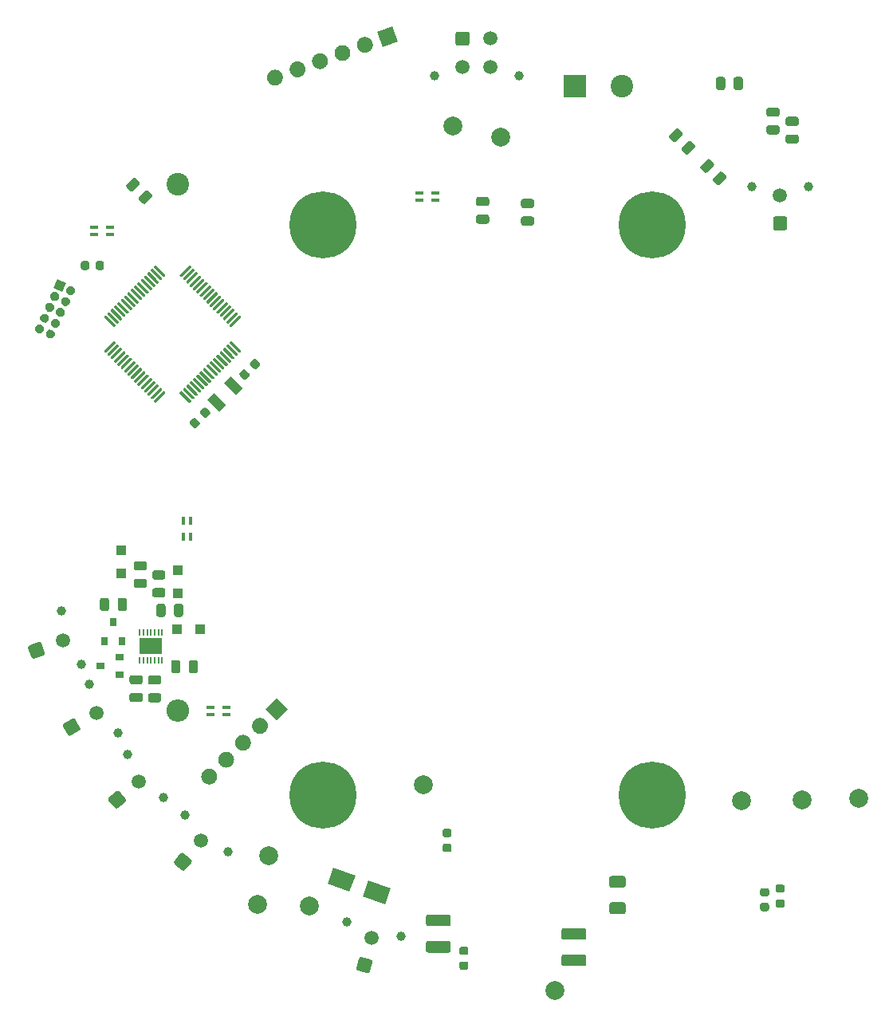
<source format=gbr>
G04 #@! TF.GenerationSoftware,KiCad,Pcbnew,(5.1.7)-1*
G04 #@! TF.CreationDate,2021-02-01T12:22:18-08:00*
G04 #@! TF.ProjectId,LCP_PowerControl,4c43505f-506f-4776-9572-436f6e74726f,rev?*
G04 #@! TF.SameCoordinates,Original*
G04 #@! TF.FileFunction,Soldermask,Bot*
G04 #@! TF.FilePolarity,Negative*
%FSLAX46Y46*%
G04 Gerber Fmt 4.6, Leading zero omitted, Abs format (unit mm)*
G04 Created by KiCad (PCBNEW (5.1.7)-1) date 2021-02-01 12:22:18*
%MOMM*%
%LPD*%
G01*
G04 APERTURE LIST*
%ADD10C,0.100000*%
%ADD11C,1.500000*%
%ADD12C,1.000000*%
%ADD13O,2.400000X2.400000*%
%ADD14C,2.400000*%
%ADD15R,2.400000X2.400000*%
%ADD16C,7.112000*%
%ADD17R,2.350000X1.780000*%
%ADD18R,0.250000X0.700000*%
%ADD19C,2.000000*%
%ADD20R,0.900000X0.400000*%
%ADD21R,0.400000X0.900000*%
%ADD22R,0.900000X0.800000*%
%ADD23R,0.800000X0.900000*%
%ADD24C,2.010000*%
%ADD25R,1.000000X1.000000*%
G04 APERTURE END LIST*
G36*
G01*
X91935154Y-126521964D02*
X91935154Y-126521964D01*
G75*
G02*
X93137236Y-126521964I601041J-601041D01*
G01*
X93137236Y-126521964D01*
G75*
G02*
X93137236Y-127724046I-601041J-601041D01*
G01*
X93137236Y-127724046D01*
G75*
G02*
X91935154Y-127724046I-601041J601041D01*
G01*
X91935154Y-127724046D01*
G75*
G02*
X91935154Y-126521964I601041J601041D01*
G01*
G37*
G36*
G01*
X93731205Y-124725913D02*
X93731205Y-124725913D01*
G75*
G02*
X94933287Y-124725913I601041J-601041D01*
G01*
X94933287Y-124725913D01*
G75*
G02*
X94933287Y-125927995I-601041J-601041D01*
G01*
X94933287Y-125927995D01*
G75*
G02*
X93731205Y-125927995I-601041J601041D01*
G01*
X93731205Y-125927995D01*
G75*
G02*
X93731205Y-124725913I601041J601041D01*
G01*
G37*
G36*
G01*
X95527257Y-122929861D02*
X95527257Y-122929861D01*
G75*
G02*
X96729339Y-122929861I601041J-601041D01*
G01*
X96729339Y-122929861D01*
G75*
G02*
X96729339Y-124131943I-601041J-601041D01*
G01*
X96729339Y-124131943D01*
G75*
G02*
X95527257Y-124131943I-601041J601041D01*
G01*
X95527257Y-124131943D01*
G75*
G02*
X95527257Y-122929861I601041J601041D01*
G01*
G37*
G36*
G01*
X97323308Y-121133810D02*
X97323308Y-121133810D01*
G75*
G02*
X98525390Y-121133810I601041J-601041D01*
G01*
X98525390Y-121133810D01*
G75*
G02*
X98525390Y-122335892I-601041J-601041D01*
G01*
X98525390Y-122335892D01*
G75*
G02*
X97323308Y-122335892I-601041J601041D01*
G01*
X97323308Y-122335892D01*
G75*
G02*
X97323308Y-121133810I601041J601041D01*
G01*
G37*
D10*
G36*
X98518318Y-119938800D02*
G01*
X99720400Y-118736718D01*
X100922482Y-119938800D01*
X99720400Y-121140882D01*
X98518318Y-119938800D01*
G37*
D11*
X122430800Y-51768000D03*
X119430800Y-51768000D03*
X122430800Y-48768000D03*
G36*
G01*
X118680800Y-49268000D02*
X118680800Y-48268000D01*
G75*
G02*
X118930800Y-48018000I250000J0D01*
G01*
X119930800Y-48018000D01*
G75*
G02*
X120180800Y-48268000I0J-250000D01*
G01*
X120180800Y-49268000D01*
G75*
G02*
X119930800Y-49518000I-250000J0D01*
G01*
X118930800Y-49518000D01*
G75*
G02*
X118680800Y-49268000I0J250000D01*
G01*
G37*
D12*
X125430800Y-52708000D03*
X116430800Y-52708000D03*
G36*
G01*
X75210121Y-79933702D02*
X75210121Y-79933702D01*
G75*
G02*
X75874584Y-79691857I453154J-211309D01*
G01*
X75874584Y-79691857D01*
G75*
G02*
X76116429Y-80356320I-211309J-453154D01*
G01*
X76116429Y-80356320D01*
G75*
G02*
X75451966Y-80598165I-453154J211309D01*
G01*
X75451966Y-80598165D01*
G75*
G02*
X75210121Y-79933702I211309J453154D01*
G01*
G37*
G36*
G01*
X74059110Y-79396977D02*
X74059110Y-79396977D01*
G75*
G02*
X74723573Y-79155132I453154J-211309D01*
G01*
X74723573Y-79155132D01*
G75*
G02*
X74965418Y-79819595I-211309J-453154D01*
G01*
X74965418Y-79819595D01*
G75*
G02*
X74300955Y-80061440I-453154J211309D01*
G01*
X74300955Y-80061440D01*
G75*
G02*
X74059110Y-79396977I211309J453154D01*
G01*
G37*
G36*
G01*
X75746846Y-78782691D02*
X75746846Y-78782691D01*
G75*
G02*
X76411309Y-78540846I453154J-211309D01*
G01*
X76411309Y-78540846D01*
G75*
G02*
X76653154Y-79205309I-211309J-453154D01*
G01*
X76653154Y-79205309D01*
G75*
G02*
X75988691Y-79447154I-453154J211309D01*
G01*
X75988691Y-79447154D01*
G75*
G02*
X75746846Y-78782691I211309J453154D01*
G01*
G37*
G36*
G01*
X74595835Y-78245966D02*
X74595835Y-78245966D01*
G75*
G02*
X75260298Y-78004121I453154J-211309D01*
G01*
X75260298Y-78004121D01*
G75*
G02*
X75502143Y-78668584I-211309J-453154D01*
G01*
X75502143Y-78668584D01*
G75*
G02*
X74837680Y-78910429I-453154J211309D01*
G01*
X74837680Y-78910429D01*
G75*
G02*
X74595835Y-78245966I211309J453154D01*
G01*
G37*
G36*
G01*
X76283572Y-77631680D02*
X76283572Y-77631680D01*
G75*
G02*
X76948035Y-77389835I453154J-211309D01*
G01*
X76948035Y-77389835D01*
G75*
G02*
X77189880Y-78054298I-211309J-453154D01*
G01*
X77189880Y-78054298D01*
G75*
G02*
X76525417Y-78296143I-453154J211309D01*
G01*
X76525417Y-78296143D01*
G75*
G02*
X76283572Y-77631680I211309J453154D01*
G01*
G37*
G36*
G01*
X75132561Y-77094955D02*
X75132561Y-77094955D01*
G75*
G02*
X75797024Y-76853110I453154J-211309D01*
G01*
X75797024Y-76853110D01*
G75*
G02*
X76038869Y-77517573I-211309J-453154D01*
G01*
X76038869Y-77517573D01*
G75*
G02*
X75374406Y-77759418I-453154J211309D01*
G01*
X75374406Y-77759418D01*
G75*
G02*
X75132561Y-77094955I211309J453154D01*
G01*
G37*
G36*
G01*
X76820297Y-76480669D02*
X76820297Y-76480669D01*
G75*
G02*
X77484760Y-76238824I453154J-211309D01*
G01*
X77484760Y-76238824D01*
G75*
G02*
X77726605Y-76903287I-211309J-453154D01*
G01*
X77726605Y-76903287D01*
G75*
G02*
X77062142Y-77145132I-453154J211309D01*
G01*
X77062142Y-77145132D01*
G75*
G02*
X76820297Y-76480669I211309J453154D01*
G01*
G37*
G36*
G01*
X75669286Y-75943944D02*
X75669286Y-75943944D01*
G75*
G02*
X76333749Y-75702099I453154J-211309D01*
G01*
X76333749Y-75702099D01*
G75*
G02*
X76575594Y-76366562I-211309J-453154D01*
G01*
X76575594Y-76366562D01*
G75*
G02*
X75911131Y-76608407I-453154J211309D01*
G01*
X75911131Y-76608407D01*
G75*
G02*
X75669286Y-75943944I211309J453154D01*
G01*
G37*
G36*
G01*
X77357022Y-75329658D02*
X77357022Y-75329658D01*
G75*
G02*
X78021485Y-75087813I453154J-211309D01*
G01*
X78021485Y-75087813D01*
G75*
G02*
X78263330Y-75752276I-211309J-453154D01*
G01*
X78263330Y-75752276D01*
G75*
G02*
X77598867Y-75994121I-453154J211309D01*
G01*
X77598867Y-75994121D01*
G75*
G02*
X77357022Y-75329658I211309J453154D01*
G01*
G37*
D10*
G36*
X75994702Y-75246087D02*
G01*
X76417320Y-74339779D01*
X77323628Y-74762397D01*
X76901010Y-75668705D01*
X75994702Y-75246087D01*
G37*
G36*
G01*
X147329500Y-53074250D02*
X147329500Y-53986750D01*
G75*
G02*
X147085750Y-54230500I-243750J0D01*
G01*
X146598250Y-54230500D01*
G75*
G02*
X146354500Y-53986750I0J243750D01*
G01*
X146354500Y-53074250D01*
G75*
G02*
X146598250Y-52830500I243750J0D01*
G01*
X147085750Y-52830500D01*
G75*
G02*
X147329500Y-53074250I0J-243750D01*
G01*
G37*
G36*
G01*
X149204500Y-53074250D02*
X149204500Y-53986750D01*
G75*
G02*
X148960750Y-54230500I-243750J0D01*
G01*
X148473250Y-54230500D01*
G75*
G02*
X148229500Y-53986750I0J243750D01*
G01*
X148229500Y-53074250D01*
G75*
G02*
X148473250Y-52830500I243750J0D01*
G01*
X148960750Y-52830500D01*
G75*
G02*
X149204500Y-53074250I0J-243750D01*
G01*
G37*
D13*
X89217500Y-120078500D03*
D14*
X89217500Y-64198500D03*
G36*
G01*
X86284750Y-118257500D02*
X87197250Y-118257500D01*
G75*
G02*
X87441000Y-118501250I0J-243750D01*
G01*
X87441000Y-118988750D01*
G75*
G02*
X87197250Y-119232500I-243750J0D01*
G01*
X86284750Y-119232500D01*
G75*
G02*
X86041000Y-118988750I0J243750D01*
G01*
X86041000Y-118501250D01*
G75*
G02*
X86284750Y-118257500I243750J0D01*
G01*
G37*
G36*
G01*
X86284750Y-116382500D02*
X87197250Y-116382500D01*
G75*
G02*
X87441000Y-116626250I0J-243750D01*
G01*
X87441000Y-117113750D01*
G75*
G02*
X87197250Y-117357500I-243750J0D01*
G01*
X86284750Y-117357500D01*
G75*
G02*
X86041000Y-117113750I0J243750D01*
G01*
X86041000Y-116626250D01*
G75*
G02*
X86284750Y-116382500I243750J0D01*
G01*
G37*
D15*
X131347200Y-53848000D03*
D14*
X136347200Y-53848000D03*
G36*
G01*
X99230387Y-52109717D02*
X99230387Y-52109717D01*
G75*
G02*
X100319843Y-52617739I290717J-798739D01*
G01*
X100319843Y-52617739D01*
G75*
G02*
X99811821Y-53707195I-798739J-290717D01*
G01*
X99811821Y-53707195D01*
G75*
G02*
X98722365Y-53199173I-290717J798739D01*
G01*
X98722365Y-53199173D01*
G75*
G02*
X99230387Y-52109717I798739J290717D01*
G01*
G37*
G36*
G01*
X101617206Y-51240986D02*
X101617206Y-51240986D01*
G75*
G02*
X102706662Y-51749008I290717J-798739D01*
G01*
X102706662Y-51749008D01*
G75*
G02*
X102198640Y-52838464I-798739J-290717D01*
G01*
X102198640Y-52838464D01*
G75*
G02*
X101109184Y-52330442I-290717J798739D01*
G01*
X101109184Y-52330442D01*
G75*
G02*
X101617206Y-51240986I798739J290717D01*
G01*
G37*
G36*
G01*
X104004025Y-50372254D02*
X104004025Y-50372254D01*
G75*
G02*
X105093481Y-50880276I290717J-798739D01*
G01*
X105093481Y-50880276D01*
G75*
G02*
X104585459Y-51969732I-798739J-290717D01*
G01*
X104585459Y-51969732D01*
G75*
G02*
X103496003Y-51461710I-290717J798739D01*
G01*
X103496003Y-51461710D01*
G75*
G02*
X104004025Y-50372254I798739J290717D01*
G01*
G37*
G36*
G01*
X106390844Y-49503523D02*
X106390844Y-49503523D01*
G75*
G02*
X107480300Y-50011545I290717J-798739D01*
G01*
X107480300Y-50011545D01*
G75*
G02*
X106972278Y-51101001I-798739J-290717D01*
G01*
X106972278Y-51101001D01*
G75*
G02*
X105882822Y-50592979I-290717J798739D01*
G01*
X105882822Y-50592979D01*
G75*
G02*
X106390844Y-49503523I798739J290717D01*
G01*
G37*
G36*
G01*
X108777664Y-48634792D02*
X108777664Y-48634792D01*
G75*
G02*
X109867120Y-49142814I290717J-798739D01*
G01*
X109867120Y-49142814D01*
G75*
G02*
X109359098Y-50232270I-798739J-290717D01*
G01*
X109359098Y-50232270D01*
G75*
G02*
X108269642Y-49724248I-290717J798739D01*
G01*
X108269642Y-49724248D01*
G75*
G02*
X108777664Y-48634792I798739J290717D01*
G01*
G37*
D10*
G36*
X110365744Y-48056778D02*
G01*
X111963222Y-47475344D01*
X112544656Y-49072822D01*
X110947178Y-49654256D01*
X110365744Y-48056778D01*
G37*
D11*
X153162000Y-65389500D03*
G36*
G01*
X153912000Y-67889500D02*
X153912000Y-68889500D01*
G75*
G02*
X153662000Y-69139500I-250000J0D01*
G01*
X152662000Y-69139500D01*
G75*
G02*
X152412000Y-68889500I0J250000D01*
G01*
X152412000Y-67889500D01*
G75*
G02*
X152662000Y-67639500I250000J0D01*
G01*
X153662000Y-67639500D01*
G75*
G02*
X153912000Y-67889500I0J-250000D01*
G01*
G37*
D12*
X150162000Y-64449500D03*
X156162000Y-64449500D03*
D10*
G36*
X94835040Y-84613168D02*
G01*
X96107832Y-85885960D01*
X95400726Y-86593066D01*
X94127934Y-85320274D01*
X94835040Y-84613168D01*
G37*
G36*
X93067274Y-86380934D02*
G01*
X94340066Y-87653726D01*
X93632960Y-88360832D01*
X92360168Y-87088040D01*
X93067274Y-86380934D01*
G37*
G36*
G01*
X153418250Y-139451500D02*
X152905750Y-139451500D01*
G75*
G02*
X152687000Y-139232750I0J218750D01*
G01*
X152687000Y-138795250D01*
G75*
G02*
X152905750Y-138576500I218750J0D01*
G01*
X153418250Y-138576500D01*
G75*
G02*
X153637000Y-138795250I0J-218750D01*
G01*
X153637000Y-139232750D01*
G75*
G02*
X153418250Y-139451500I-218750J0D01*
G01*
G37*
G36*
G01*
X153418250Y-141026500D02*
X152905750Y-141026500D01*
G75*
G02*
X152687000Y-140807750I0J218750D01*
G01*
X152687000Y-140370250D01*
G75*
G02*
X152905750Y-140151500I218750J0D01*
G01*
X153418250Y-140151500D01*
G75*
G02*
X153637000Y-140370250I0J-218750D01*
G01*
X153637000Y-140807750D01*
G75*
G02*
X153418250Y-141026500I-218750J0D01*
G01*
G37*
D16*
X139572999Y-129071874D03*
X139572999Y-68580000D03*
X104648000Y-68580000D03*
X104648000Y-129071874D03*
G36*
G01*
X90396090Y-87402522D02*
X89406140Y-86412572D01*
G75*
G02*
X89406140Y-86306506I53033J53033D01*
G01*
X89512206Y-86200440D01*
G75*
G02*
X89618272Y-86200440I53033J-53033D01*
G01*
X90608222Y-87190390D01*
G75*
G02*
X90608222Y-87296456I-53033J-53033D01*
G01*
X90502156Y-87402522D01*
G75*
G02*
X90396090Y-87402522I-53033J53033D01*
G01*
G37*
G36*
G01*
X90749643Y-87048969D02*
X89759693Y-86059019D01*
G75*
G02*
X89759693Y-85952953I53033J53033D01*
G01*
X89865759Y-85846887D01*
G75*
G02*
X89971825Y-85846887I53033J-53033D01*
G01*
X90961775Y-86836837D01*
G75*
G02*
X90961775Y-86942903I-53033J-53033D01*
G01*
X90855709Y-87048969D01*
G75*
G02*
X90749643Y-87048969I-53033J53033D01*
G01*
G37*
G36*
G01*
X91103196Y-86695416D02*
X90113246Y-85705466D01*
G75*
G02*
X90113246Y-85599400I53033J53033D01*
G01*
X90219312Y-85493334D01*
G75*
G02*
X90325378Y-85493334I53033J-53033D01*
G01*
X91315328Y-86483284D01*
G75*
G02*
X91315328Y-86589350I-53033J-53033D01*
G01*
X91209262Y-86695416D01*
G75*
G02*
X91103196Y-86695416I-53033J53033D01*
G01*
G37*
G36*
G01*
X91456750Y-86341862D02*
X90466800Y-85351912D01*
G75*
G02*
X90466800Y-85245846I53033J53033D01*
G01*
X90572866Y-85139780D01*
G75*
G02*
X90678932Y-85139780I53033J-53033D01*
G01*
X91668882Y-86129730D01*
G75*
G02*
X91668882Y-86235796I-53033J-53033D01*
G01*
X91562816Y-86341862D01*
G75*
G02*
X91456750Y-86341862I-53033J53033D01*
G01*
G37*
G36*
G01*
X91810303Y-85988309D02*
X90820353Y-84998359D01*
G75*
G02*
X90820353Y-84892293I53033J53033D01*
G01*
X90926419Y-84786227D01*
G75*
G02*
X91032485Y-84786227I53033J-53033D01*
G01*
X92022435Y-85776177D01*
G75*
G02*
X92022435Y-85882243I-53033J-53033D01*
G01*
X91916369Y-85988309D01*
G75*
G02*
X91810303Y-85988309I-53033J53033D01*
G01*
G37*
G36*
G01*
X92163857Y-85634755D02*
X91173907Y-84644805D01*
G75*
G02*
X91173907Y-84538739I53033J53033D01*
G01*
X91279973Y-84432673D01*
G75*
G02*
X91386039Y-84432673I53033J-53033D01*
G01*
X92375989Y-85422623D01*
G75*
G02*
X92375989Y-85528689I-53033J-53033D01*
G01*
X92269923Y-85634755D01*
G75*
G02*
X92163857Y-85634755I-53033J53033D01*
G01*
G37*
G36*
G01*
X92517410Y-85281202D02*
X91527460Y-84291252D01*
G75*
G02*
X91527460Y-84185186I53033J53033D01*
G01*
X91633526Y-84079120D01*
G75*
G02*
X91739592Y-84079120I53033J-53033D01*
G01*
X92729542Y-85069070D01*
G75*
G02*
X92729542Y-85175136I-53033J-53033D01*
G01*
X92623476Y-85281202D01*
G75*
G02*
X92517410Y-85281202I-53033J53033D01*
G01*
G37*
G36*
G01*
X92870963Y-84927649D02*
X91881013Y-83937699D01*
G75*
G02*
X91881013Y-83831633I53033J53033D01*
G01*
X91987079Y-83725567D01*
G75*
G02*
X92093145Y-83725567I53033J-53033D01*
G01*
X93083095Y-84715517D01*
G75*
G02*
X93083095Y-84821583I-53033J-53033D01*
G01*
X92977029Y-84927649D01*
G75*
G02*
X92870963Y-84927649I-53033J53033D01*
G01*
G37*
G36*
G01*
X93224517Y-84574095D02*
X92234567Y-83584145D01*
G75*
G02*
X92234567Y-83478079I53033J53033D01*
G01*
X92340633Y-83372013D01*
G75*
G02*
X92446699Y-83372013I53033J-53033D01*
G01*
X93436649Y-84361963D01*
G75*
G02*
X93436649Y-84468029I-53033J-53033D01*
G01*
X93330583Y-84574095D01*
G75*
G02*
X93224517Y-84574095I-53033J53033D01*
G01*
G37*
G36*
G01*
X93578070Y-84220542D02*
X92588120Y-83230592D01*
G75*
G02*
X92588120Y-83124526I53033J53033D01*
G01*
X92694186Y-83018460D01*
G75*
G02*
X92800252Y-83018460I53033J-53033D01*
G01*
X93790202Y-84008410D01*
G75*
G02*
X93790202Y-84114476I-53033J-53033D01*
G01*
X93684136Y-84220542D01*
G75*
G02*
X93578070Y-84220542I-53033J53033D01*
G01*
G37*
G36*
G01*
X93931623Y-83866989D02*
X92941673Y-82877039D01*
G75*
G02*
X92941673Y-82770973I53033J53033D01*
G01*
X93047739Y-82664907D01*
G75*
G02*
X93153805Y-82664907I53033J-53033D01*
G01*
X94143755Y-83654857D01*
G75*
G02*
X94143755Y-83760923I-53033J-53033D01*
G01*
X94037689Y-83866989D01*
G75*
G02*
X93931623Y-83866989I-53033J53033D01*
G01*
G37*
G36*
G01*
X94285177Y-83513435D02*
X93295227Y-82523485D01*
G75*
G02*
X93295227Y-82417419I53033J53033D01*
G01*
X93401293Y-82311353D01*
G75*
G02*
X93507359Y-82311353I53033J-53033D01*
G01*
X94497309Y-83301303D01*
G75*
G02*
X94497309Y-83407369I-53033J-53033D01*
G01*
X94391243Y-83513435D01*
G75*
G02*
X94285177Y-83513435I-53033J53033D01*
G01*
G37*
G36*
G01*
X94638730Y-83159882D02*
X93648780Y-82169932D01*
G75*
G02*
X93648780Y-82063866I53033J53033D01*
G01*
X93754846Y-81957800D01*
G75*
G02*
X93860912Y-81957800I53033J-53033D01*
G01*
X94850862Y-82947750D01*
G75*
G02*
X94850862Y-83053816I-53033J-53033D01*
G01*
X94744796Y-83159882D01*
G75*
G02*
X94638730Y-83159882I-53033J53033D01*
G01*
G37*
G36*
G01*
X94992284Y-82806328D02*
X94002334Y-81816378D01*
G75*
G02*
X94002334Y-81710312I53033J53033D01*
G01*
X94108400Y-81604246D01*
G75*
G02*
X94214466Y-81604246I53033J-53033D01*
G01*
X95204416Y-82594196D01*
G75*
G02*
X95204416Y-82700262I-53033J-53033D01*
G01*
X95098350Y-82806328D01*
G75*
G02*
X94992284Y-82806328I-53033J53033D01*
G01*
G37*
G36*
G01*
X95345837Y-82452775D02*
X94355887Y-81462825D01*
G75*
G02*
X94355887Y-81356759I53033J53033D01*
G01*
X94461953Y-81250693D01*
G75*
G02*
X94568019Y-81250693I53033J-53033D01*
G01*
X95557969Y-82240643D01*
G75*
G02*
X95557969Y-82346709I-53033J-53033D01*
G01*
X95451903Y-82452775D01*
G75*
G02*
X95345837Y-82452775I-53033J53033D01*
G01*
G37*
G36*
G01*
X95699390Y-82099222D02*
X94709440Y-81109272D01*
G75*
G02*
X94709440Y-81003206I53033J53033D01*
G01*
X94815506Y-80897140D01*
G75*
G02*
X94921572Y-80897140I53033J-53033D01*
G01*
X95911522Y-81887090D01*
G75*
G02*
X95911522Y-81993156I-53033J-53033D01*
G01*
X95805456Y-82099222D01*
G75*
G02*
X95699390Y-82099222I-53033J53033D01*
G01*
G37*
G36*
G01*
X94815506Y-79376860D02*
X94709440Y-79270794D01*
G75*
G02*
X94709440Y-79164728I53033J53033D01*
G01*
X95699390Y-78174778D01*
G75*
G02*
X95805456Y-78174778I53033J-53033D01*
G01*
X95911522Y-78280844D01*
G75*
G02*
X95911522Y-78386910I-53033J-53033D01*
G01*
X94921572Y-79376860D01*
G75*
G02*
X94815506Y-79376860I-53033J53033D01*
G01*
G37*
G36*
G01*
X94461953Y-79023307D02*
X94355887Y-78917241D01*
G75*
G02*
X94355887Y-78811175I53033J53033D01*
G01*
X95345837Y-77821225D01*
G75*
G02*
X95451903Y-77821225I53033J-53033D01*
G01*
X95557969Y-77927291D01*
G75*
G02*
X95557969Y-78033357I-53033J-53033D01*
G01*
X94568019Y-79023307D01*
G75*
G02*
X94461953Y-79023307I-53033J53033D01*
G01*
G37*
G36*
G01*
X94108400Y-78669754D02*
X94002334Y-78563688D01*
G75*
G02*
X94002334Y-78457622I53033J53033D01*
G01*
X94992284Y-77467672D01*
G75*
G02*
X95098350Y-77467672I53033J-53033D01*
G01*
X95204416Y-77573738D01*
G75*
G02*
X95204416Y-77679804I-53033J-53033D01*
G01*
X94214466Y-78669754D01*
G75*
G02*
X94108400Y-78669754I-53033J53033D01*
G01*
G37*
G36*
G01*
X93754846Y-78316200D02*
X93648780Y-78210134D01*
G75*
G02*
X93648780Y-78104068I53033J53033D01*
G01*
X94638730Y-77114118D01*
G75*
G02*
X94744796Y-77114118I53033J-53033D01*
G01*
X94850862Y-77220184D01*
G75*
G02*
X94850862Y-77326250I-53033J-53033D01*
G01*
X93860912Y-78316200D01*
G75*
G02*
X93754846Y-78316200I-53033J53033D01*
G01*
G37*
G36*
G01*
X93401293Y-77962647D02*
X93295227Y-77856581D01*
G75*
G02*
X93295227Y-77750515I53033J53033D01*
G01*
X94285177Y-76760565D01*
G75*
G02*
X94391243Y-76760565I53033J-53033D01*
G01*
X94497309Y-76866631D01*
G75*
G02*
X94497309Y-76972697I-53033J-53033D01*
G01*
X93507359Y-77962647D01*
G75*
G02*
X93401293Y-77962647I-53033J53033D01*
G01*
G37*
G36*
G01*
X93047739Y-77609093D02*
X92941673Y-77503027D01*
G75*
G02*
X92941673Y-77396961I53033J53033D01*
G01*
X93931623Y-76407011D01*
G75*
G02*
X94037689Y-76407011I53033J-53033D01*
G01*
X94143755Y-76513077D01*
G75*
G02*
X94143755Y-76619143I-53033J-53033D01*
G01*
X93153805Y-77609093D01*
G75*
G02*
X93047739Y-77609093I-53033J53033D01*
G01*
G37*
G36*
G01*
X92694186Y-77255540D02*
X92588120Y-77149474D01*
G75*
G02*
X92588120Y-77043408I53033J53033D01*
G01*
X93578070Y-76053458D01*
G75*
G02*
X93684136Y-76053458I53033J-53033D01*
G01*
X93790202Y-76159524D01*
G75*
G02*
X93790202Y-76265590I-53033J-53033D01*
G01*
X92800252Y-77255540D01*
G75*
G02*
X92694186Y-77255540I-53033J53033D01*
G01*
G37*
G36*
G01*
X92340633Y-76901987D02*
X92234567Y-76795921D01*
G75*
G02*
X92234567Y-76689855I53033J53033D01*
G01*
X93224517Y-75699905D01*
G75*
G02*
X93330583Y-75699905I53033J-53033D01*
G01*
X93436649Y-75805971D01*
G75*
G02*
X93436649Y-75912037I-53033J-53033D01*
G01*
X92446699Y-76901987D01*
G75*
G02*
X92340633Y-76901987I-53033J53033D01*
G01*
G37*
G36*
G01*
X91987079Y-76548433D02*
X91881013Y-76442367D01*
G75*
G02*
X91881013Y-76336301I53033J53033D01*
G01*
X92870963Y-75346351D01*
G75*
G02*
X92977029Y-75346351I53033J-53033D01*
G01*
X93083095Y-75452417D01*
G75*
G02*
X93083095Y-75558483I-53033J-53033D01*
G01*
X92093145Y-76548433D01*
G75*
G02*
X91987079Y-76548433I-53033J53033D01*
G01*
G37*
G36*
G01*
X91633526Y-76194880D02*
X91527460Y-76088814D01*
G75*
G02*
X91527460Y-75982748I53033J53033D01*
G01*
X92517410Y-74992798D01*
G75*
G02*
X92623476Y-74992798I53033J-53033D01*
G01*
X92729542Y-75098864D01*
G75*
G02*
X92729542Y-75204930I-53033J-53033D01*
G01*
X91739592Y-76194880D01*
G75*
G02*
X91633526Y-76194880I-53033J53033D01*
G01*
G37*
G36*
G01*
X91279973Y-75841327D02*
X91173907Y-75735261D01*
G75*
G02*
X91173907Y-75629195I53033J53033D01*
G01*
X92163857Y-74639245D01*
G75*
G02*
X92269923Y-74639245I53033J-53033D01*
G01*
X92375989Y-74745311D01*
G75*
G02*
X92375989Y-74851377I-53033J-53033D01*
G01*
X91386039Y-75841327D01*
G75*
G02*
X91279973Y-75841327I-53033J53033D01*
G01*
G37*
G36*
G01*
X90926419Y-75487773D02*
X90820353Y-75381707D01*
G75*
G02*
X90820353Y-75275641I53033J53033D01*
G01*
X91810303Y-74285691D01*
G75*
G02*
X91916369Y-74285691I53033J-53033D01*
G01*
X92022435Y-74391757D01*
G75*
G02*
X92022435Y-74497823I-53033J-53033D01*
G01*
X91032485Y-75487773D01*
G75*
G02*
X90926419Y-75487773I-53033J53033D01*
G01*
G37*
G36*
G01*
X90572866Y-75134220D02*
X90466800Y-75028154D01*
G75*
G02*
X90466800Y-74922088I53033J53033D01*
G01*
X91456750Y-73932138D01*
G75*
G02*
X91562816Y-73932138I53033J-53033D01*
G01*
X91668882Y-74038204D01*
G75*
G02*
X91668882Y-74144270I-53033J-53033D01*
G01*
X90678932Y-75134220D01*
G75*
G02*
X90572866Y-75134220I-53033J53033D01*
G01*
G37*
G36*
G01*
X90219312Y-74780666D02*
X90113246Y-74674600D01*
G75*
G02*
X90113246Y-74568534I53033J53033D01*
G01*
X91103196Y-73578584D01*
G75*
G02*
X91209262Y-73578584I53033J-53033D01*
G01*
X91315328Y-73684650D01*
G75*
G02*
X91315328Y-73790716I-53033J-53033D01*
G01*
X90325378Y-74780666D01*
G75*
G02*
X90219312Y-74780666I-53033J53033D01*
G01*
G37*
G36*
G01*
X89865759Y-74427113D02*
X89759693Y-74321047D01*
G75*
G02*
X89759693Y-74214981I53033J53033D01*
G01*
X90749643Y-73225031D01*
G75*
G02*
X90855709Y-73225031I53033J-53033D01*
G01*
X90961775Y-73331097D01*
G75*
G02*
X90961775Y-73437163I-53033J-53033D01*
G01*
X89971825Y-74427113D01*
G75*
G02*
X89865759Y-74427113I-53033J53033D01*
G01*
G37*
G36*
G01*
X89512206Y-74073560D02*
X89406140Y-73967494D01*
G75*
G02*
X89406140Y-73861428I53033J53033D01*
G01*
X90396090Y-72871478D01*
G75*
G02*
X90502156Y-72871478I53033J-53033D01*
G01*
X90608222Y-72977544D01*
G75*
G02*
X90608222Y-73083610I-53033J-53033D01*
G01*
X89618272Y-74073560D01*
G75*
G02*
X89512206Y-74073560I-53033J53033D01*
G01*
G37*
G36*
G01*
X87673728Y-74073560D02*
X86683778Y-73083610D01*
G75*
G02*
X86683778Y-72977544I53033J53033D01*
G01*
X86789844Y-72871478D01*
G75*
G02*
X86895910Y-72871478I53033J-53033D01*
G01*
X87885860Y-73861428D01*
G75*
G02*
X87885860Y-73967494I-53033J-53033D01*
G01*
X87779794Y-74073560D01*
G75*
G02*
X87673728Y-74073560I-53033J53033D01*
G01*
G37*
G36*
G01*
X87320175Y-74427113D02*
X86330225Y-73437163D01*
G75*
G02*
X86330225Y-73331097I53033J53033D01*
G01*
X86436291Y-73225031D01*
G75*
G02*
X86542357Y-73225031I53033J-53033D01*
G01*
X87532307Y-74214981D01*
G75*
G02*
X87532307Y-74321047I-53033J-53033D01*
G01*
X87426241Y-74427113D01*
G75*
G02*
X87320175Y-74427113I-53033J53033D01*
G01*
G37*
G36*
G01*
X86966622Y-74780666D02*
X85976672Y-73790716D01*
G75*
G02*
X85976672Y-73684650I53033J53033D01*
G01*
X86082738Y-73578584D01*
G75*
G02*
X86188804Y-73578584I53033J-53033D01*
G01*
X87178754Y-74568534D01*
G75*
G02*
X87178754Y-74674600I-53033J-53033D01*
G01*
X87072688Y-74780666D01*
G75*
G02*
X86966622Y-74780666I-53033J53033D01*
G01*
G37*
G36*
G01*
X86613068Y-75134220D02*
X85623118Y-74144270D01*
G75*
G02*
X85623118Y-74038204I53033J53033D01*
G01*
X85729184Y-73932138D01*
G75*
G02*
X85835250Y-73932138I53033J-53033D01*
G01*
X86825200Y-74922088D01*
G75*
G02*
X86825200Y-75028154I-53033J-53033D01*
G01*
X86719134Y-75134220D01*
G75*
G02*
X86613068Y-75134220I-53033J53033D01*
G01*
G37*
G36*
G01*
X86259515Y-75487773D02*
X85269565Y-74497823D01*
G75*
G02*
X85269565Y-74391757I53033J53033D01*
G01*
X85375631Y-74285691D01*
G75*
G02*
X85481697Y-74285691I53033J-53033D01*
G01*
X86471647Y-75275641D01*
G75*
G02*
X86471647Y-75381707I-53033J-53033D01*
G01*
X86365581Y-75487773D01*
G75*
G02*
X86259515Y-75487773I-53033J53033D01*
G01*
G37*
G36*
G01*
X85905961Y-75841327D02*
X84916011Y-74851377D01*
G75*
G02*
X84916011Y-74745311I53033J53033D01*
G01*
X85022077Y-74639245D01*
G75*
G02*
X85128143Y-74639245I53033J-53033D01*
G01*
X86118093Y-75629195D01*
G75*
G02*
X86118093Y-75735261I-53033J-53033D01*
G01*
X86012027Y-75841327D01*
G75*
G02*
X85905961Y-75841327I-53033J53033D01*
G01*
G37*
G36*
G01*
X85552408Y-76194880D02*
X84562458Y-75204930D01*
G75*
G02*
X84562458Y-75098864I53033J53033D01*
G01*
X84668524Y-74992798D01*
G75*
G02*
X84774590Y-74992798I53033J-53033D01*
G01*
X85764540Y-75982748D01*
G75*
G02*
X85764540Y-76088814I-53033J-53033D01*
G01*
X85658474Y-76194880D01*
G75*
G02*
X85552408Y-76194880I-53033J53033D01*
G01*
G37*
G36*
G01*
X85198855Y-76548433D02*
X84208905Y-75558483D01*
G75*
G02*
X84208905Y-75452417I53033J53033D01*
G01*
X84314971Y-75346351D01*
G75*
G02*
X84421037Y-75346351I53033J-53033D01*
G01*
X85410987Y-76336301D01*
G75*
G02*
X85410987Y-76442367I-53033J-53033D01*
G01*
X85304921Y-76548433D01*
G75*
G02*
X85198855Y-76548433I-53033J53033D01*
G01*
G37*
G36*
G01*
X84845301Y-76901987D02*
X83855351Y-75912037D01*
G75*
G02*
X83855351Y-75805971I53033J53033D01*
G01*
X83961417Y-75699905D01*
G75*
G02*
X84067483Y-75699905I53033J-53033D01*
G01*
X85057433Y-76689855D01*
G75*
G02*
X85057433Y-76795921I-53033J-53033D01*
G01*
X84951367Y-76901987D01*
G75*
G02*
X84845301Y-76901987I-53033J53033D01*
G01*
G37*
G36*
G01*
X84491748Y-77255540D02*
X83501798Y-76265590D01*
G75*
G02*
X83501798Y-76159524I53033J53033D01*
G01*
X83607864Y-76053458D01*
G75*
G02*
X83713930Y-76053458I53033J-53033D01*
G01*
X84703880Y-77043408D01*
G75*
G02*
X84703880Y-77149474I-53033J-53033D01*
G01*
X84597814Y-77255540D01*
G75*
G02*
X84491748Y-77255540I-53033J53033D01*
G01*
G37*
G36*
G01*
X84138195Y-77609093D02*
X83148245Y-76619143D01*
G75*
G02*
X83148245Y-76513077I53033J53033D01*
G01*
X83254311Y-76407011D01*
G75*
G02*
X83360377Y-76407011I53033J-53033D01*
G01*
X84350327Y-77396961D01*
G75*
G02*
X84350327Y-77503027I-53033J-53033D01*
G01*
X84244261Y-77609093D01*
G75*
G02*
X84138195Y-77609093I-53033J53033D01*
G01*
G37*
G36*
G01*
X83784641Y-77962647D02*
X82794691Y-76972697D01*
G75*
G02*
X82794691Y-76866631I53033J53033D01*
G01*
X82900757Y-76760565D01*
G75*
G02*
X83006823Y-76760565I53033J-53033D01*
G01*
X83996773Y-77750515D01*
G75*
G02*
X83996773Y-77856581I-53033J-53033D01*
G01*
X83890707Y-77962647D01*
G75*
G02*
X83784641Y-77962647I-53033J53033D01*
G01*
G37*
G36*
G01*
X83431088Y-78316200D02*
X82441138Y-77326250D01*
G75*
G02*
X82441138Y-77220184I53033J53033D01*
G01*
X82547204Y-77114118D01*
G75*
G02*
X82653270Y-77114118I53033J-53033D01*
G01*
X83643220Y-78104068D01*
G75*
G02*
X83643220Y-78210134I-53033J-53033D01*
G01*
X83537154Y-78316200D01*
G75*
G02*
X83431088Y-78316200I-53033J53033D01*
G01*
G37*
G36*
G01*
X83077534Y-78669754D02*
X82087584Y-77679804D01*
G75*
G02*
X82087584Y-77573738I53033J53033D01*
G01*
X82193650Y-77467672D01*
G75*
G02*
X82299716Y-77467672I53033J-53033D01*
G01*
X83289666Y-78457622D01*
G75*
G02*
X83289666Y-78563688I-53033J-53033D01*
G01*
X83183600Y-78669754D01*
G75*
G02*
X83077534Y-78669754I-53033J53033D01*
G01*
G37*
G36*
G01*
X82723981Y-79023307D02*
X81734031Y-78033357D01*
G75*
G02*
X81734031Y-77927291I53033J53033D01*
G01*
X81840097Y-77821225D01*
G75*
G02*
X81946163Y-77821225I53033J-53033D01*
G01*
X82936113Y-78811175D01*
G75*
G02*
X82936113Y-78917241I-53033J-53033D01*
G01*
X82830047Y-79023307D01*
G75*
G02*
X82723981Y-79023307I-53033J53033D01*
G01*
G37*
G36*
G01*
X82370428Y-79376860D02*
X81380478Y-78386910D01*
G75*
G02*
X81380478Y-78280844I53033J53033D01*
G01*
X81486544Y-78174778D01*
G75*
G02*
X81592610Y-78174778I53033J-53033D01*
G01*
X82582560Y-79164728D01*
G75*
G02*
X82582560Y-79270794I-53033J-53033D01*
G01*
X82476494Y-79376860D01*
G75*
G02*
X82370428Y-79376860I-53033J53033D01*
G01*
G37*
G36*
G01*
X81486544Y-82099222D02*
X81380478Y-81993156D01*
G75*
G02*
X81380478Y-81887090I53033J53033D01*
G01*
X82370428Y-80897140D01*
G75*
G02*
X82476494Y-80897140I53033J-53033D01*
G01*
X82582560Y-81003206D01*
G75*
G02*
X82582560Y-81109272I-53033J-53033D01*
G01*
X81592610Y-82099222D01*
G75*
G02*
X81486544Y-82099222I-53033J53033D01*
G01*
G37*
G36*
G01*
X81840097Y-82452775D02*
X81734031Y-82346709D01*
G75*
G02*
X81734031Y-82240643I53033J53033D01*
G01*
X82723981Y-81250693D01*
G75*
G02*
X82830047Y-81250693I53033J-53033D01*
G01*
X82936113Y-81356759D01*
G75*
G02*
X82936113Y-81462825I-53033J-53033D01*
G01*
X81946163Y-82452775D01*
G75*
G02*
X81840097Y-82452775I-53033J53033D01*
G01*
G37*
G36*
G01*
X82193650Y-82806328D02*
X82087584Y-82700262D01*
G75*
G02*
X82087584Y-82594196I53033J53033D01*
G01*
X83077534Y-81604246D01*
G75*
G02*
X83183600Y-81604246I53033J-53033D01*
G01*
X83289666Y-81710312D01*
G75*
G02*
X83289666Y-81816378I-53033J-53033D01*
G01*
X82299716Y-82806328D01*
G75*
G02*
X82193650Y-82806328I-53033J53033D01*
G01*
G37*
G36*
G01*
X82547204Y-83159882D02*
X82441138Y-83053816D01*
G75*
G02*
X82441138Y-82947750I53033J53033D01*
G01*
X83431088Y-81957800D01*
G75*
G02*
X83537154Y-81957800I53033J-53033D01*
G01*
X83643220Y-82063866D01*
G75*
G02*
X83643220Y-82169932I-53033J-53033D01*
G01*
X82653270Y-83159882D01*
G75*
G02*
X82547204Y-83159882I-53033J53033D01*
G01*
G37*
G36*
G01*
X82900757Y-83513435D02*
X82794691Y-83407369D01*
G75*
G02*
X82794691Y-83301303I53033J53033D01*
G01*
X83784641Y-82311353D01*
G75*
G02*
X83890707Y-82311353I53033J-53033D01*
G01*
X83996773Y-82417419D01*
G75*
G02*
X83996773Y-82523485I-53033J-53033D01*
G01*
X83006823Y-83513435D01*
G75*
G02*
X82900757Y-83513435I-53033J53033D01*
G01*
G37*
G36*
G01*
X83254311Y-83866989D02*
X83148245Y-83760923D01*
G75*
G02*
X83148245Y-83654857I53033J53033D01*
G01*
X84138195Y-82664907D01*
G75*
G02*
X84244261Y-82664907I53033J-53033D01*
G01*
X84350327Y-82770973D01*
G75*
G02*
X84350327Y-82877039I-53033J-53033D01*
G01*
X83360377Y-83866989D01*
G75*
G02*
X83254311Y-83866989I-53033J53033D01*
G01*
G37*
G36*
G01*
X83607864Y-84220542D02*
X83501798Y-84114476D01*
G75*
G02*
X83501798Y-84008410I53033J53033D01*
G01*
X84491748Y-83018460D01*
G75*
G02*
X84597814Y-83018460I53033J-53033D01*
G01*
X84703880Y-83124526D01*
G75*
G02*
X84703880Y-83230592I-53033J-53033D01*
G01*
X83713930Y-84220542D01*
G75*
G02*
X83607864Y-84220542I-53033J53033D01*
G01*
G37*
G36*
G01*
X83961417Y-84574095D02*
X83855351Y-84468029D01*
G75*
G02*
X83855351Y-84361963I53033J53033D01*
G01*
X84845301Y-83372013D01*
G75*
G02*
X84951367Y-83372013I53033J-53033D01*
G01*
X85057433Y-83478079D01*
G75*
G02*
X85057433Y-83584145I-53033J-53033D01*
G01*
X84067483Y-84574095D01*
G75*
G02*
X83961417Y-84574095I-53033J53033D01*
G01*
G37*
G36*
G01*
X84314971Y-84927649D02*
X84208905Y-84821583D01*
G75*
G02*
X84208905Y-84715517I53033J53033D01*
G01*
X85198855Y-83725567D01*
G75*
G02*
X85304921Y-83725567I53033J-53033D01*
G01*
X85410987Y-83831633D01*
G75*
G02*
X85410987Y-83937699I-53033J-53033D01*
G01*
X84421037Y-84927649D01*
G75*
G02*
X84314971Y-84927649I-53033J53033D01*
G01*
G37*
G36*
G01*
X84668524Y-85281202D02*
X84562458Y-85175136D01*
G75*
G02*
X84562458Y-85069070I53033J53033D01*
G01*
X85552408Y-84079120D01*
G75*
G02*
X85658474Y-84079120I53033J-53033D01*
G01*
X85764540Y-84185186D01*
G75*
G02*
X85764540Y-84291252I-53033J-53033D01*
G01*
X84774590Y-85281202D01*
G75*
G02*
X84668524Y-85281202I-53033J53033D01*
G01*
G37*
G36*
G01*
X85022077Y-85634755D02*
X84916011Y-85528689D01*
G75*
G02*
X84916011Y-85422623I53033J53033D01*
G01*
X85905961Y-84432673D01*
G75*
G02*
X86012027Y-84432673I53033J-53033D01*
G01*
X86118093Y-84538739D01*
G75*
G02*
X86118093Y-84644805I-53033J-53033D01*
G01*
X85128143Y-85634755D01*
G75*
G02*
X85022077Y-85634755I-53033J53033D01*
G01*
G37*
G36*
G01*
X85375631Y-85988309D02*
X85269565Y-85882243D01*
G75*
G02*
X85269565Y-85776177I53033J53033D01*
G01*
X86259515Y-84786227D01*
G75*
G02*
X86365581Y-84786227I53033J-53033D01*
G01*
X86471647Y-84892293D01*
G75*
G02*
X86471647Y-84998359I-53033J-53033D01*
G01*
X85481697Y-85988309D01*
G75*
G02*
X85375631Y-85988309I-53033J53033D01*
G01*
G37*
G36*
G01*
X85729184Y-86341862D02*
X85623118Y-86235796D01*
G75*
G02*
X85623118Y-86129730I53033J53033D01*
G01*
X86613068Y-85139780D01*
G75*
G02*
X86719134Y-85139780I53033J-53033D01*
G01*
X86825200Y-85245846D01*
G75*
G02*
X86825200Y-85351912I-53033J-53033D01*
G01*
X85835250Y-86341862D01*
G75*
G02*
X85729184Y-86341862I-53033J53033D01*
G01*
G37*
G36*
G01*
X86082738Y-86695416D02*
X85976672Y-86589350D01*
G75*
G02*
X85976672Y-86483284I53033J53033D01*
G01*
X86966622Y-85493334D01*
G75*
G02*
X87072688Y-85493334I53033J-53033D01*
G01*
X87178754Y-85599400D01*
G75*
G02*
X87178754Y-85705466I-53033J-53033D01*
G01*
X86188804Y-86695416D01*
G75*
G02*
X86082738Y-86695416I-53033J53033D01*
G01*
G37*
G36*
G01*
X86436291Y-87048969D02*
X86330225Y-86942903D01*
G75*
G02*
X86330225Y-86836837I53033J53033D01*
G01*
X87320175Y-85846887D01*
G75*
G02*
X87426241Y-85846887I53033J-53033D01*
G01*
X87532307Y-85952953D01*
G75*
G02*
X87532307Y-86059019I-53033J-53033D01*
G01*
X86542357Y-87048969D01*
G75*
G02*
X86436291Y-87048969I-53033J53033D01*
G01*
G37*
G36*
G01*
X86789844Y-87402522D02*
X86683778Y-87296456D01*
G75*
G02*
X86683778Y-87190390I53033J53033D01*
G01*
X87673728Y-86200440D01*
G75*
G02*
X87779794Y-86200440I53033J-53033D01*
G01*
X87885860Y-86306506D01*
G75*
G02*
X87885860Y-86412572I-53033J-53033D01*
G01*
X86895910Y-87402522D01*
G75*
G02*
X86789844Y-87402522I-53033J53033D01*
G01*
G37*
D17*
X86344000Y-113283500D03*
D18*
X85144000Y-111808500D03*
X85144000Y-114758500D03*
X87544000Y-114758500D03*
X87144000Y-114758500D03*
X86744000Y-114758500D03*
X86344000Y-114758500D03*
X85944000Y-114758500D03*
X85544000Y-114758500D03*
X85544000Y-111808500D03*
X85944000Y-111808500D03*
X86344000Y-111808500D03*
X86744000Y-111808500D03*
X87144000Y-111808500D03*
X87544000Y-111808500D03*
D19*
X103187500Y-140843000D03*
X129222500Y-149796500D03*
X155511500Y-129603500D03*
X149034500Y-129667000D03*
X161480500Y-129413000D03*
X115316000Y-127952500D03*
D20*
X82042000Y-69570500D03*
X82042000Y-68770500D03*
X80342000Y-68770500D03*
X80342000Y-69570500D03*
X116572400Y-65932000D03*
X116572400Y-65132000D03*
X114872400Y-65132000D03*
X114872400Y-65932000D03*
X92659200Y-119735600D03*
X92659200Y-120535600D03*
X94359200Y-120535600D03*
X94359200Y-119735600D03*
D21*
X90570000Y-99924500D03*
X89770000Y-99924500D03*
X89770000Y-101624500D03*
X90570000Y-101624500D03*
G36*
G01*
X151254750Y-140532500D02*
X151767250Y-140532500D01*
G75*
G02*
X151986000Y-140751250I0J-218750D01*
G01*
X151986000Y-141188750D01*
G75*
G02*
X151767250Y-141407500I-218750J0D01*
G01*
X151254750Y-141407500D01*
G75*
G02*
X151036000Y-141188750I0J218750D01*
G01*
X151036000Y-140751250D01*
G75*
G02*
X151254750Y-140532500I218750J0D01*
G01*
G37*
G36*
G01*
X151254750Y-138957500D02*
X151767250Y-138957500D01*
G75*
G02*
X151986000Y-139176250I0J-218750D01*
G01*
X151986000Y-139613750D01*
G75*
G02*
X151767250Y-139832500I-218750J0D01*
G01*
X151254750Y-139832500D01*
G75*
G02*
X151036000Y-139613750I0J218750D01*
G01*
X151036000Y-139176250D01*
G75*
G02*
X151254750Y-138957500I218750J0D01*
G01*
G37*
G36*
G01*
X85111781Y-64297428D02*
X84466546Y-64942663D01*
G75*
G02*
X84121832Y-64942663I-172357J172357D01*
G01*
X83777117Y-64597948D01*
G75*
G02*
X83777117Y-64253234I172357J172357D01*
G01*
X84422352Y-63607999D01*
G75*
G02*
X84767066Y-63607999I172357J-172357D01*
G01*
X85111781Y-63952714D01*
G75*
G02*
X85111781Y-64297428I-172357J-172357D01*
G01*
G37*
G36*
G01*
X86437607Y-65623254D02*
X85792372Y-66268489D01*
G75*
G02*
X85447658Y-66268489I-172357J172357D01*
G01*
X85102943Y-65923774D01*
G75*
G02*
X85102943Y-65579060I172357J172357D01*
G01*
X85748178Y-64933825D01*
G75*
G02*
X86092892Y-64933825I172357J-172357D01*
G01*
X86437607Y-65278540D01*
G75*
G02*
X86437607Y-65623254I-172357J-172357D01*
G01*
G37*
G36*
G01*
X146073494Y-63597229D02*
X146718729Y-62951994D01*
G75*
G02*
X147063443Y-62951994I172357J-172357D01*
G01*
X147408158Y-63296709D01*
G75*
G02*
X147408158Y-63641423I-172357J-172357D01*
G01*
X146762923Y-64286658D01*
G75*
G02*
X146418209Y-64286658I-172357J172357D01*
G01*
X146073494Y-63941943D01*
G75*
G02*
X146073494Y-63597229I172357J172357D01*
G01*
G37*
G36*
G01*
X144747668Y-62271403D02*
X145392903Y-61626168D01*
G75*
G02*
X145737617Y-61626168I172357J-172357D01*
G01*
X146082332Y-61970883D01*
G75*
G02*
X146082332Y-62315597I-172357J-172357D01*
G01*
X145437097Y-62960832D01*
G75*
G02*
X145092383Y-62960832I-172357J172357D01*
G01*
X144747668Y-62616117D01*
G75*
G02*
X144747668Y-62271403I172357J172357D01*
G01*
G37*
G36*
G01*
X142743581Y-60330816D02*
X143388816Y-59685581D01*
G75*
G02*
X143733530Y-59685581I172357J-172357D01*
G01*
X144078245Y-60030296D01*
G75*
G02*
X144078245Y-60375010I-172357J-172357D01*
G01*
X143433010Y-61020245D01*
G75*
G02*
X143088296Y-61020245I-172357J172357D01*
G01*
X142743581Y-60675530D01*
G75*
G02*
X142743581Y-60330816I172357J172357D01*
G01*
G37*
G36*
G01*
X141417755Y-59004990D02*
X142062990Y-58359755D01*
G75*
G02*
X142407704Y-58359755I172357J-172357D01*
G01*
X142752419Y-58704470D01*
G75*
G02*
X142752419Y-59049184I-172357J-172357D01*
G01*
X142107184Y-59694419D01*
G75*
G02*
X141762470Y-59694419I-172357J172357D01*
G01*
X141417755Y-59349704D01*
G75*
G02*
X141417755Y-59004990I172357J172357D01*
G01*
G37*
G36*
G01*
X125883350Y-67658400D02*
X126795850Y-67658400D01*
G75*
G02*
X127039600Y-67902150I0J-243750D01*
G01*
X127039600Y-68389650D01*
G75*
G02*
X126795850Y-68633400I-243750J0D01*
G01*
X125883350Y-68633400D01*
G75*
G02*
X125639600Y-68389650I0J243750D01*
G01*
X125639600Y-67902150D01*
G75*
G02*
X125883350Y-67658400I243750J0D01*
G01*
G37*
G36*
G01*
X125883350Y-65783400D02*
X126795850Y-65783400D01*
G75*
G02*
X127039600Y-66027150I0J-243750D01*
G01*
X127039600Y-66514650D01*
G75*
G02*
X126795850Y-66758400I-243750J0D01*
G01*
X125883350Y-66758400D01*
G75*
G02*
X125639600Y-66514650I0J243750D01*
G01*
X125639600Y-66027150D01*
G75*
G02*
X125883350Y-65783400I243750J0D01*
G01*
G37*
G36*
G01*
X122020650Y-68430200D02*
X121108150Y-68430200D01*
G75*
G02*
X120864400Y-68186450I0J243750D01*
G01*
X120864400Y-67698950D01*
G75*
G02*
X121108150Y-67455200I243750J0D01*
G01*
X122020650Y-67455200D01*
G75*
G02*
X122264400Y-67698950I0J-243750D01*
G01*
X122264400Y-68186450D01*
G75*
G02*
X122020650Y-68430200I-243750J0D01*
G01*
G37*
G36*
G01*
X122020650Y-66555200D02*
X121108150Y-66555200D01*
G75*
G02*
X120864400Y-66311450I0J243750D01*
G01*
X120864400Y-65823950D01*
G75*
G02*
X121108150Y-65580200I243750J0D01*
G01*
X122020650Y-65580200D01*
G75*
G02*
X122264400Y-65823950I0J-243750D01*
G01*
X122264400Y-66311450D01*
G75*
G02*
X122020650Y-66555200I-243750J0D01*
G01*
G37*
G36*
G01*
X84760750Y-106129000D02*
X85673250Y-106129000D01*
G75*
G02*
X85917000Y-106372750I0J-243750D01*
G01*
X85917000Y-106860250D01*
G75*
G02*
X85673250Y-107104000I-243750J0D01*
G01*
X84760750Y-107104000D01*
G75*
G02*
X84517000Y-106860250I0J243750D01*
G01*
X84517000Y-106372750D01*
G75*
G02*
X84760750Y-106129000I243750J0D01*
G01*
G37*
G36*
G01*
X84760750Y-104254000D02*
X85673250Y-104254000D01*
G75*
G02*
X85917000Y-104497750I0J-243750D01*
G01*
X85917000Y-104985250D01*
G75*
G02*
X85673250Y-105229000I-243750J0D01*
G01*
X84760750Y-105229000D01*
G75*
G02*
X84517000Y-104985250I0J243750D01*
G01*
X84517000Y-104497750D01*
G75*
G02*
X84760750Y-104254000I243750J0D01*
G01*
G37*
G36*
G01*
X86729250Y-107115000D02*
X87641750Y-107115000D01*
G75*
G02*
X87885500Y-107358750I0J-243750D01*
G01*
X87885500Y-107846250D01*
G75*
G02*
X87641750Y-108090000I-243750J0D01*
G01*
X86729250Y-108090000D01*
G75*
G02*
X86485500Y-107846250I0J243750D01*
G01*
X86485500Y-107358750D01*
G75*
G02*
X86729250Y-107115000I243750J0D01*
G01*
G37*
G36*
G01*
X86729250Y-105240000D02*
X87641750Y-105240000D01*
G75*
G02*
X87885500Y-105483750I0J-243750D01*
G01*
X87885500Y-105971250D01*
G75*
G02*
X87641750Y-106215000I-243750J0D01*
G01*
X86729250Y-106215000D01*
G75*
G02*
X86485500Y-105971250I0J243750D01*
G01*
X86485500Y-105483750D01*
G75*
G02*
X86729250Y-105240000I243750J0D01*
G01*
G37*
G36*
G01*
X87893500Y-109017750D02*
X87893500Y-109930250D01*
G75*
G02*
X87649750Y-110174000I-243750J0D01*
G01*
X87162250Y-110174000D01*
G75*
G02*
X86918500Y-109930250I0J243750D01*
G01*
X86918500Y-109017750D01*
G75*
G02*
X87162250Y-108774000I243750J0D01*
G01*
X87649750Y-108774000D01*
G75*
G02*
X87893500Y-109017750I0J-243750D01*
G01*
G37*
G36*
G01*
X89768500Y-109017750D02*
X89768500Y-109930250D01*
G75*
G02*
X89524750Y-110174000I-243750J0D01*
G01*
X89037250Y-110174000D01*
G75*
G02*
X88793500Y-109930250I0J243750D01*
G01*
X88793500Y-109017750D01*
G75*
G02*
X89037250Y-108774000I243750J0D01*
G01*
X89524750Y-108774000D01*
G75*
G02*
X89768500Y-109017750I0J-243750D01*
G01*
G37*
G36*
G01*
X82809500Y-109295250D02*
X82809500Y-108382750D01*
G75*
G02*
X83053250Y-108139000I243750J0D01*
G01*
X83540750Y-108139000D01*
G75*
G02*
X83784500Y-108382750I0J-243750D01*
G01*
X83784500Y-109295250D01*
G75*
G02*
X83540750Y-109539000I-243750J0D01*
G01*
X83053250Y-109539000D01*
G75*
G02*
X82809500Y-109295250I0J243750D01*
G01*
G37*
G36*
G01*
X80934500Y-109295250D02*
X80934500Y-108382750D01*
G75*
G02*
X81178250Y-108139000I243750J0D01*
G01*
X81665750Y-108139000D01*
G75*
G02*
X81909500Y-108382750I0J-243750D01*
G01*
X81909500Y-109295250D01*
G75*
G02*
X81665750Y-109539000I-243750J0D01*
G01*
X81178250Y-109539000D01*
G75*
G02*
X80934500Y-109295250I0J243750D01*
G01*
G37*
D22*
X80994500Y-115382000D03*
X82994500Y-116332000D03*
X82994500Y-114432000D03*
D23*
X82362000Y-110712500D03*
X81412000Y-112712500D03*
X83312000Y-112712500D03*
D11*
X109793257Y-144244423D03*
G36*
G01*
X109870653Y-146853352D02*
X109611834Y-147819277D01*
G75*
G02*
X109305648Y-147996053I-241481J64705D01*
G01*
X108339723Y-147737234D01*
G75*
G02*
X108162947Y-147431048I64705J241481D01*
G01*
X108421766Y-146465123D01*
G75*
G02*
X108727952Y-146288347I241481J-64705D01*
G01*
X109693877Y-146547166D01*
G75*
G02*
X109870653Y-146853352I-64705J-241481D01*
G01*
G37*
D12*
X107138770Y-142559995D03*
X112934325Y-144112909D03*
D11*
X91666563Y-133871267D03*
G36*
G01*
X90634127Y-136268469D02*
X89991339Y-137034513D01*
G75*
G02*
X89639131Y-137065327I-191511J160697D01*
G01*
X88873087Y-136422539D01*
G75*
G02*
X88842273Y-136070331I160697J191511D01*
G01*
X89485061Y-135304287D01*
G75*
G02*
X89837269Y-135273473I191511J-160697D01*
G01*
X90603313Y-135916261D01*
G75*
G02*
X90634127Y-136268469I-160697J-191511D01*
G01*
G37*
D12*
X89972650Y-131222822D03*
X94568917Y-135079548D03*
D11*
X77012478Y-112689740D03*
G36*
G01*
X74919761Y-114249559D02*
X73980069Y-114591579D01*
G75*
G02*
X73659641Y-114442161I-85505J234923D01*
G01*
X73317621Y-113502469D01*
G75*
G02*
X73467039Y-113182041I234923J85505D01*
G01*
X74406731Y-112840021D01*
G75*
G02*
X74727159Y-112989439I85505J-234923D01*
G01*
X75069179Y-113929131D01*
G75*
G02*
X74919761Y-114249559I-234923J-85505D01*
G01*
G37*
D12*
X76869728Y-109549163D03*
X78921849Y-115187318D03*
D11*
X85051333Y-127637037D03*
G36*
G01*
X83618313Y-129818539D02*
X82852269Y-130461327D01*
G75*
G02*
X82500061Y-130430513I-160697J191511D01*
G01*
X81857273Y-129664469D01*
G75*
G02*
X81888087Y-129312261I191511J160697D01*
G01*
X82654131Y-128669473D01*
G75*
G02*
X83006339Y-128700287I160697J-191511D01*
G01*
X83649127Y-129466331D01*
G75*
G02*
X83618313Y-129818539I-191511J-160697D01*
G01*
G37*
D12*
X83843052Y-124734683D03*
X87699778Y-129330950D03*
D11*
X80525276Y-120369200D03*
G36*
G01*
X78735213Y-122268719D02*
X77869187Y-122768719D01*
G75*
G02*
X77527681Y-122677213I-125000J216506D01*
G01*
X77027681Y-121811187D01*
G75*
G02*
X77119187Y-121469681I216506J125000D01*
G01*
X77985213Y-120969681D01*
G75*
G02*
X78326719Y-121061187I125000J-216506D01*
G01*
X78826719Y-121927213D01*
G75*
G02*
X78735213Y-122268719I-216506J-125000D01*
G01*
G37*
D12*
X79839340Y-117301124D03*
X82839340Y-122497276D03*
D24*
X123494800Y-59232800D03*
X118394800Y-58032800D03*
X98863000Y-135552500D03*
X97663000Y-140652500D03*
D10*
G36*
X108854951Y-139849738D02*
G01*
X109470587Y-138158291D01*
X111819819Y-139013342D01*
X111204183Y-140704789D01*
X108854951Y-139849738D01*
G37*
G36*
X105096181Y-138481658D02*
G01*
X105711817Y-136790211D01*
X108061049Y-137645262D01*
X107445413Y-139336709D01*
X105096181Y-138481658D01*
G37*
D25*
X91610500Y-111442500D03*
X89110500Y-111442500D03*
X89217500Y-105176000D03*
X89217500Y-107676000D03*
X83185000Y-103060500D03*
X83185000Y-105560500D03*
G36*
G01*
X117536250Y-134246000D02*
X118048750Y-134246000D01*
G75*
G02*
X118267500Y-134464750I0J-218750D01*
G01*
X118267500Y-134902250D01*
G75*
G02*
X118048750Y-135121000I-218750J0D01*
G01*
X117536250Y-135121000D01*
G75*
G02*
X117317500Y-134902250I0J218750D01*
G01*
X117317500Y-134464750D01*
G75*
G02*
X117536250Y-134246000I218750J0D01*
G01*
G37*
G36*
G01*
X117536250Y-132671000D02*
X118048750Y-132671000D01*
G75*
G02*
X118267500Y-132889750I0J-218750D01*
G01*
X118267500Y-133327250D01*
G75*
G02*
X118048750Y-133546000I-218750J0D01*
G01*
X117536250Y-133546000D01*
G75*
G02*
X117317500Y-133327250I0J218750D01*
G01*
X117317500Y-132889750D01*
G75*
G02*
X117536250Y-132671000I218750J0D01*
G01*
G37*
G36*
G01*
X119314250Y-146755500D02*
X119826750Y-146755500D01*
G75*
G02*
X120045500Y-146974250I0J-218750D01*
G01*
X120045500Y-147411750D01*
G75*
G02*
X119826750Y-147630500I-218750J0D01*
G01*
X119314250Y-147630500D01*
G75*
G02*
X119095500Y-147411750I0J218750D01*
G01*
X119095500Y-146974250D01*
G75*
G02*
X119314250Y-146755500I218750J0D01*
G01*
G37*
G36*
G01*
X119314250Y-145180500D02*
X119826750Y-145180500D01*
G75*
G02*
X120045500Y-145399250I0J-218750D01*
G01*
X120045500Y-145836750D01*
G75*
G02*
X119826750Y-146055500I-218750J0D01*
G01*
X119314250Y-146055500D01*
G75*
G02*
X119095500Y-145836750I0J218750D01*
G01*
X119095500Y-145399250D01*
G75*
G02*
X119314250Y-145180500I218750J0D01*
G01*
G37*
G36*
G01*
X136515000Y-138922000D02*
X135265000Y-138922000D01*
G75*
G02*
X135015000Y-138672000I0J250000D01*
G01*
X135015000Y-137922000D01*
G75*
G02*
X135265000Y-137672000I250000J0D01*
G01*
X136515000Y-137672000D01*
G75*
G02*
X136765000Y-137922000I0J-250000D01*
G01*
X136765000Y-138672000D01*
G75*
G02*
X136515000Y-138922000I-250000J0D01*
G01*
G37*
G36*
G01*
X136515000Y-141722000D02*
X135265000Y-141722000D01*
G75*
G02*
X135015000Y-141472000I0J250000D01*
G01*
X135015000Y-140722000D01*
G75*
G02*
X135265000Y-140472000I250000J0D01*
G01*
X136515000Y-140472000D01*
G75*
G02*
X136765000Y-140722000I0J-250000D01*
G01*
X136765000Y-141472000D01*
G75*
G02*
X136515000Y-141722000I-250000J0D01*
G01*
G37*
G36*
G01*
X115790400Y-144561400D02*
X117940400Y-144561400D01*
G75*
G02*
X118190400Y-144811400I0J-250000D01*
G01*
X118190400Y-145561400D01*
G75*
G02*
X117940400Y-145811400I-250000J0D01*
G01*
X115790400Y-145811400D01*
G75*
G02*
X115540400Y-145561400I0J250000D01*
G01*
X115540400Y-144811400D01*
G75*
G02*
X115790400Y-144561400I250000J0D01*
G01*
G37*
G36*
G01*
X115790400Y-141761400D02*
X117940400Y-141761400D01*
G75*
G02*
X118190400Y-142011400I0J-250000D01*
G01*
X118190400Y-142761400D01*
G75*
G02*
X117940400Y-143011400I-250000J0D01*
G01*
X115790400Y-143011400D01*
G75*
G02*
X115540400Y-142761400I0J250000D01*
G01*
X115540400Y-142011400D01*
G75*
G02*
X115790400Y-141761400I250000J0D01*
G01*
G37*
G36*
G01*
X130179500Y-145996500D02*
X132329500Y-145996500D01*
G75*
G02*
X132579500Y-146246500I0J-250000D01*
G01*
X132579500Y-146996500D01*
G75*
G02*
X132329500Y-147246500I-250000J0D01*
G01*
X130179500Y-147246500D01*
G75*
G02*
X129929500Y-146996500I0J250000D01*
G01*
X129929500Y-146246500D01*
G75*
G02*
X130179500Y-145996500I250000J0D01*
G01*
G37*
G36*
G01*
X130179500Y-143196500D02*
X132329500Y-143196500D01*
G75*
G02*
X132579500Y-143446500I0J-250000D01*
G01*
X132579500Y-144196500D01*
G75*
G02*
X132329500Y-144446500I-250000J0D01*
G01*
X130179500Y-144446500D01*
G75*
G02*
X129929500Y-144196500I0J250000D01*
G01*
X129929500Y-143446500D01*
G75*
G02*
X130179500Y-143196500I250000J0D01*
G01*
G37*
G36*
G01*
X79787000Y-72603750D02*
X79787000Y-73116250D01*
G75*
G02*
X79568250Y-73335000I-218750J0D01*
G01*
X79130750Y-73335000D01*
G75*
G02*
X78912000Y-73116250I0J218750D01*
G01*
X78912000Y-72603750D01*
G75*
G02*
X79130750Y-72385000I218750J0D01*
G01*
X79568250Y-72385000D01*
G75*
G02*
X79787000Y-72603750I0J-218750D01*
G01*
G37*
G36*
G01*
X81362000Y-72603750D02*
X81362000Y-73116250D01*
G75*
G02*
X81143250Y-73335000I-218750J0D01*
G01*
X80705750Y-73335000D01*
G75*
G02*
X80487000Y-73116250I0J218750D01*
G01*
X80487000Y-72603750D01*
G75*
G02*
X80705750Y-72385000I218750J0D01*
G01*
X81143250Y-72385000D01*
G75*
G02*
X81362000Y-72603750I0J-218750D01*
G01*
G37*
G36*
G01*
X96408816Y-83949791D02*
X96771209Y-84312184D01*
G75*
G02*
X96771209Y-84621544I-154680J-154680D01*
G01*
X96461850Y-84930903D01*
G75*
G02*
X96152490Y-84930903I-154680J154680D01*
G01*
X95790097Y-84568510D01*
G75*
G02*
X95790097Y-84259150I154680J154680D01*
G01*
X96099456Y-83949791D01*
G75*
G02*
X96408816Y-83949791I154680J-154680D01*
G01*
G37*
G36*
G01*
X97522510Y-82836097D02*
X97884903Y-83198490D01*
G75*
G02*
X97884903Y-83507850I-154680J-154680D01*
G01*
X97575544Y-83817209D01*
G75*
G02*
X97266184Y-83817209I-154680J154680D01*
G01*
X96903791Y-83454816D01*
G75*
G02*
X96903791Y-83145456I154680J154680D01*
G01*
X97213150Y-82836097D01*
G75*
G02*
X97522510Y-82836097I154680J-154680D01*
G01*
G37*
G36*
G01*
X91981031Y-88975362D02*
X91618638Y-88612969D01*
G75*
G02*
X91618638Y-88303609I154680J154680D01*
G01*
X91927997Y-87994250D01*
G75*
G02*
X92237357Y-87994250I154680J-154680D01*
G01*
X92599750Y-88356643D01*
G75*
G02*
X92599750Y-88666003I-154680J-154680D01*
G01*
X92290391Y-88975362D01*
G75*
G02*
X91981031Y-88975362I-154680J154680D01*
G01*
G37*
G36*
G01*
X90867337Y-90089056D02*
X90504944Y-89726663D01*
G75*
G02*
X90504944Y-89417303I154680J154680D01*
G01*
X90814303Y-89107944D01*
G75*
G02*
X91123663Y-89107944I154680J-154680D01*
G01*
X91486056Y-89470337D01*
G75*
G02*
X91486056Y-89779697I-154680J-154680D01*
G01*
X91176697Y-90089056D01*
G75*
G02*
X90867337Y-90089056I-154680J154680D01*
G01*
G37*
G36*
G01*
X151943750Y-57966000D02*
X152856250Y-57966000D01*
G75*
G02*
X153100000Y-58209750I0J-243750D01*
G01*
X153100000Y-58697250D01*
G75*
G02*
X152856250Y-58941000I-243750J0D01*
G01*
X151943750Y-58941000D01*
G75*
G02*
X151700000Y-58697250I0J243750D01*
G01*
X151700000Y-58209750D01*
G75*
G02*
X151943750Y-57966000I243750J0D01*
G01*
G37*
G36*
G01*
X151943750Y-56091000D02*
X152856250Y-56091000D01*
G75*
G02*
X153100000Y-56334750I0J-243750D01*
G01*
X153100000Y-56822250D01*
G75*
G02*
X152856250Y-57066000I-243750J0D01*
G01*
X151943750Y-57066000D01*
G75*
G02*
X151700000Y-56822250I0J243750D01*
G01*
X151700000Y-56334750D01*
G75*
G02*
X151943750Y-56091000I243750J0D01*
G01*
G37*
G36*
G01*
X153975750Y-58948500D02*
X154888250Y-58948500D01*
G75*
G02*
X155132000Y-59192250I0J-243750D01*
G01*
X155132000Y-59679750D01*
G75*
G02*
X154888250Y-59923500I-243750J0D01*
G01*
X153975750Y-59923500D01*
G75*
G02*
X153732000Y-59679750I0J243750D01*
G01*
X153732000Y-59192250D01*
G75*
G02*
X153975750Y-58948500I243750J0D01*
G01*
G37*
G36*
G01*
X153975750Y-57073500D02*
X154888250Y-57073500D01*
G75*
G02*
X155132000Y-57317250I0J-243750D01*
G01*
X155132000Y-57804750D01*
G75*
G02*
X154888250Y-58048500I-243750J0D01*
G01*
X153975750Y-58048500D01*
G75*
G02*
X153732000Y-57804750I0J243750D01*
G01*
X153732000Y-57317250D01*
G75*
G02*
X153975750Y-57073500I243750J0D01*
G01*
G37*
G36*
G01*
X90366000Y-115899250D02*
X90366000Y-114986750D01*
G75*
G02*
X90609750Y-114743000I243750J0D01*
G01*
X91097250Y-114743000D01*
G75*
G02*
X91341000Y-114986750I0J-243750D01*
G01*
X91341000Y-115899250D01*
G75*
G02*
X91097250Y-116143000I-243750J0D01*
G01*
X90609750Y-116143000D01*
G75*
G02*
X90366000Y-115899250I0J243750D01*
G01*
G37*
G36*
G01*
X88491000Y-115899250D02*
X88491000Y-114986750D01*
G75*
G02*
X88734750Y-114743000I243750J0D01*
G01*
X89222250Y-114743000D01*
G75*
G02*
X89466000Y-114986750I0J-243750D01*
G01*
X89466000Y-115899250D01*
G75*
G02*
X89222250Y-116143000I-243750J0D01*
G01*
X88734750Y-116143000D01*
G75*
G02*
X88491000Y-115899250I0J243750D01*
G01*
G37*
G36*
G01*
X84316250Y-118227500D02*
X85228750Y-118227500D01*
G75*
G02*
X85472500Y-118471250I0J-243750D01*
G01*
X85472500Y-118958750D01*
G75*
G02*
X85228750Y-119202500I-243750J0D01*
G01*
X84316250Y-119202500D01*
G75*
G02*
X84072500Y-118958750I0J243750D01*
G01*
X84072500Y-118471250D01*
G75*
G02*
X84316250Y-118227500I243750J0D01*
G01*
G37*
G36*
G01*
X84316250Y-116352500D02*
X85228750Y-116352500D01*
G75*
G02*
X85472500Y-116596250I0J-243750D01*
G01*
X85472500Y-117083750D01*
G75*
G02*
X85228750Y-117327500I-243750J0D01*
G01*
X84316250Y-117327500D01*
G75*
G02*
X84072500Y-117083750I0J243750D01*
G01*
X84072500Y-116596250D01*
G75*
G02*
X84316250Y-116352500I243750J0D01*
G01*
G37*
M02*

</source>
